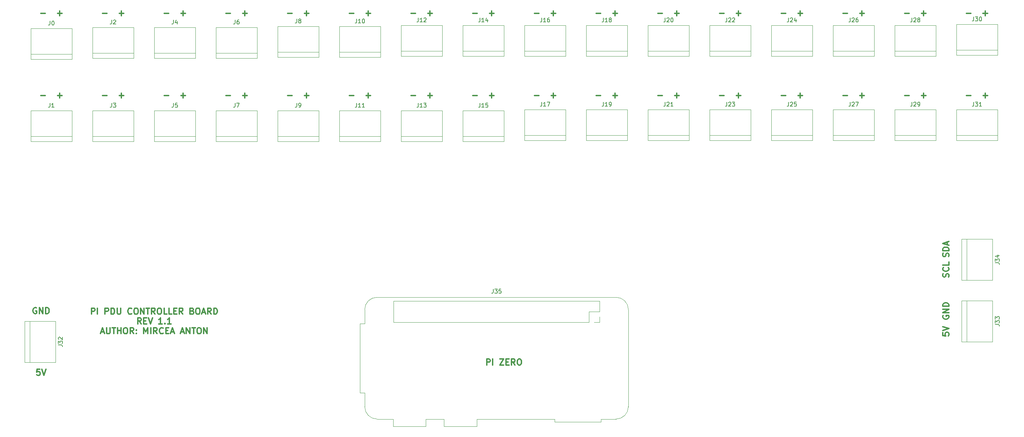
<source format=gbr>
%TF.GenerationSoftware,KiCad,Pcbnew,(6.0.9)*%
%TF.CreationDate,2022-12-20T13:31:30+02:00*%
%TF.ProjectId,piPDU,70695044-552e-46b6-9963-61645f706362,rev?*%
%TF.SameCoordinates,Original*%
%TF.FileFunction,Legend,Top*%
%TF.FilePolarity,Positive*%
%FSLAX46Y46*%
G04 Gerber Fmt 4.6, Leading zero omitted, Abs format (unit mm)*
G04 Created by KiCad (PCBNEW (6.0.9)) date 2022-12-20 13:31:30*
%MOMM*%
%LPD*%
G01*
G04 APERTURE LIST*
%ADD10C,0.300000*%
%ADD11C,0.150000*%
%ADD12C,0.120000*%
G04 APERTURE END LIST*
D10*
X121817142Y-64369142D02*
X122960000Y-64369142D01*
X125960000Y-64369142D02*
X127102857Y-64369142D01*
X126531428Y-64940571D02*
X126531428Y-63797714D01*
X213257142Y-64369142D02*
X214400000Y-64369142D01*
X217400000Y-64369142D02*
X218542857Y-64369142D01*
X217971428Y-64940571D02*
X217971428Y-63797714D01*
X152297142Y-64369142D02*
X153440000Y-64369142D01*
X156440000Y-64369142D02*
X157582857Y-64369142D01*
X157011428Y-64940571D02*
X157011428Y-63797714D01*
X60857142Y-44049142D02*
X62000000Y-44049142D01*
X65000000Y-44049142D02*
X66142857Y-44049142D01*
X65571428Y-44620571D02*
X65571428Y-43477714D01*
X254607142Y-109227714D02*
X254678571Y-109013428D01*
X254678571Y-108656285D01*
X254607142Y-108513428D01*
X254535714Y-108442000D01*
X254392857Y-108370571D01*
X254250000Y-108370571D01*
X254107142Y-108442000D01*
X254035714Y-108513428D01*
X253964285Y-108656285D01*
X253892857Y-108942000D01*
X253821428Y-109084857D01*
X253750000Y-109156285D01*
X253607142Y-109227714D01*
X253464285Y-109227714D01*
X253321428Y-109156285D01*
X253250000Y-109084857D01*
X253178571Y-108942000D01*
X253178571Y-108584857D01*
X253250000Y-108370571D01*
X254535714Y-106870571D02*
X254607142Y-106942000D01*
X254678571Y-107156285D01*
X254678571Y-107299142D01*
X254607142Y-107513428D01*
X254464285Y-107656285D01*
X254321428Y-107727714D01*
X254035714Y-107799142D01*
X253821428Y-107799142D01*
X253535714Y-107727714D01*
X253392857Y-107656285D01*
X253250000Y-107513428D01*
X253178571Y-107299142D01*
X253178571Y-107156285D01*
X253250000Y-106942000D01*
X253321428Y-106870571D01*
X254678571Y-105513428D02*
X254678571Y-106227714D01*
X253178571Y-106227714D01*
X76097142Y-44049142D02*
X77240000Y-44049142D01*
X80240000Y-44049142D02*
X81382857Y-44049142D01*
X80811428Y-44620571D02*
X80811428Y-43477714D01*
X121817142Y-44049142D02*
X122960000Y-44049142D01*
X125960000Y-44049142D02*
X127102857Y-44049142D01*
X126531428Y-44620571D02*
X126531428Y-43477714D01*
X76097142Y-64369142D02*
X77240000Y-64369142D01*
X80240000Y-64369142D02*
X81382857Y-64369142D01*
X80811428Y-64940571D02*
X80811428Y-63797714D01*
X45617142Y-44049142D02*
X46760000Y-44049142D01*
X49760000Y-44049142D02*
X50902857Y-44049142D01*
X50331428Y-44620571D02*
X50331428Y-43477714D01*
X106577142Y-64369142D02*
X107720000Y-64369142D01*
X110720000Y-64369142D02*
X111862857Y-64369142D01*
X111291428Y-64940571D02*
X111291428Y-63797714D01*
X167537142Y-44049142D02*
X168680000Y-44049142D01*
X171680000Y-44049142D02*
X172822857Y-44049142D01*
X172251428Y-44620571D02*
X172251428Y-43477714D01*
X106577142Y-44049142D02*
X107720000Y-44049142D01*
X110720000Y-44049142D02*
X111862857Y-44049142D01*
X111291428Y-44620571D02*
X111291428Y-43477714D01*
X29337142Y-116852000D02*
X29194285Y-116780571D01*
X28980000Y-116780571D01*
X28765714Y-116852000D01*
X28622857Y-116994857D01*
X28551428Y-117137714D01*
X28480000Y-117423428D01*
X28480000Y-117637714D01*
X28551428Y-117923428D01*
X28622857Y-118066285D01*
X28765714Y-118209142D01*
X28980000Y-118280571D01*
X29122857Y-118280571D01*
X29337142Y-118209142D01*
X29408571Y-118137714D01*
X29408571Y-117637714D01*
X29122857Y-117637714D01*
X30051428Y-118280571D02*
X30051428Y-116780571D01*
X30908571Y-118280571D01*
X30908571Y-116780571D01*
X31622857Y-118280571D02*
X31622857Y-116780571D01*
X31980000Y-116780571D01*
X32194285Y-116852000D01*
X32337142Y-116994857D01*
X32408571Y-117137714D01*
X32480000Y-117423428D01*
X32480000Y-117637714D01*
X32408571Y-117923428D01*
X32337142Y-118066285D01*
X32194285Y-118209142D01*
X31980000Y-118280571D01*
X31622857Y-118280571D01*
X167537142Y-64369142D02*
X168680000Y-64369142D01*
X171680000Y-64369142D02*
X172822857Y-64369142D01*
X172251428Y-64940571D02*
X172251428Y-63797714D01*
X30377142Y-64369142D02*
X31520000Y-64369142D01*
X34520000Y-64369142D02*
X35662857Y-64369142D01*
X35091428Y-64940571D02*
X35091428Y-63797714D01*
X254607142Y-104183428D02*
X254678571Y-103969142D01*
X254678571Y-103612000D01*
X254607142Y-103469142D01*
X254535714Y-103397714D01*
X254392857Y-103326285D01*
X254250000Y-103326285D01*
X254107142Y-103397714D01*
X254035714Y-103469142D01*
X253964285Y-103612000D01*
X253892857Y-103897714D01*
X253821428Y-104040571D01*
X253750000Y-104112000D01*
X253607142Y-104183428D01*
X253464285Y-104183428D01*
X253321428Y-104112000D01*
X253250000Y-104040571D01*
X253178571Y-103897714D01*
X253178571Y-103540571D01*
X253250000Y-103326285D01*
X254678571Y-102683428D02*
X253178571Y-102683428D01*
X253178571Y-102326285D01*
X253250000Y-102112000D01*
X253392857Y-101969142D01*
X253535714Y-101897714D01*
X253821428Y-101826285D01*
X254035714Y-101826285D01*
X254321428Y-101897714D01*
X254464285Y-101969142D01*
X254607142Y-102112000D01*
X254678571Y-102326285D01*
X254678571Y-102683428D01*
X254250000Y-101254857D02*
X254250000Y-100540571D01*
X254678571Y-101397714D02*
X253178571Y-100897714D01*
X254678571Y-100397714D01*
X213257142Y-44049142D02*
X214400000Y-44049142D01*
X217400000Y-44049142D02*
X218542857Y-44049142D01*
X217971428Y-44620571D02*
X217971428Y-43477714D01*
X228497142Y-44049142D02*
X229640000Y-44049142D01*
X232640000Y-44049142D02*
X233782857Y-44049142D01*
X233211428Y-44620571D02*
X233211428Y-43477714D01*
X137057142Y-64369142D02*
X138200000Y-64369142D01*
X141200000Y-64369142D02*
X142342857Y-64369142D01*
X141771428Y-64940571D02*
X141771428Y-63797714D01*
X91337142Y-44049142D02*
X92480000Y-44049142D01*
X95480000Y-44049142D02*
X96622857Y-44049142D01*
X96051428Y-44620571D02*
X96051428Y-43477714D01*
X60857142Y-64369142D02*
X62000000Y-64369142D01*
X65000000Y-64369142D02*
X66142857Y-64369142D01*
X65571428Y-64940571D02*
X65571428Y-63797714D01*
X258970163Y-44049141D02*
X260113021Y-44049141D01*
X263113021Y-44049141D02*
X264255878Y-44049141D01*
X263684449Y-44620570D02*
X263684449Y-43477713D01*
X45617142Y-64369142D02*
X46760000Y-64369142D01*
X49760000Y-64369142D02*
X50902857Y-64369142D01*
X50331428Y-64940571D02*
X50331428Y-63797714D01*
X253178571Y-122967714D02*
X253178571Y-123682000D01*
X253892857Y-123753428D01*
X253821428Y-123682000D01*
X253750000Y-123539142D01*
X253750000Y-123182000D01*
X253821428Y-123039142D01*
X253892857Y-122967714D01*
X254035714Y-122896285D01*
X254392857Y-122896285D01*
X254535714Y-122967714D01*
X254607142Y-123039142D01*
X254678571Y-123182000D01*
X254678571Y-123539142D01*
X254607142Y-123682000D01*
X254535714Y-123753428D01*
X253178571Y-122467714D02*
X254678571Y-121967714D01*
X253178571Y-121467714D01*
X152297142Y-44049142D02*
X153440000Y-44049142D01*
X156440000Y-44049142D02*
X157582857Y-44049142D01*
X157011428Y-44620571D02*
X157011428Y-43477714D01*
X30377142Y-44049142D02*
X31520000Y-44049142D01*
X34520000Y-44049142D02*
X35662857Y-44049142D01*
X35091428Y-44620571D02*
X35091428Y-43477714D01*
X253250000Y-118744857D02*
X253178571Y-118887714D01*
X253178571Y-119102000D01*
X253250000Y-119316285D01*
X253392857Y-119459142D01*
X253535714Y-119530571D01*
X253821428Y-119602000D01*
X254035714Y-119602000D01*
X254321428Y-119530571D01*
X254464285Y-119459142D01*
X254607142Y-119316285D01*
X254678571Y-119102000D01*
X254678571Y-118959142D01*
X254607142Y-118744857D01*
X254535714Y-118673428D01*
X254035714Y-118673428D01*
X254035714Y-118959142D01*
X254678571Y-118030571D02*
X253178571Y-118030571D01*
X254678571Y-117173428D01*
X253178571Y-117173428D01*
X254678571Y-116459142D02*
X253178571Y-116459142D01*
X253178571Y-116102000D01*
X253250000Y-115887714D01*
X253392857Y-115744857D01*
X253535714Y-115673428D01*
X253821428Y-115602000D01*
X254035714Y-115602000D01*
X254321428Y-115673428D01*
X254464285Y-115744857D01*
X254607142Y-115887714D01*
X254678571Y-116102000D01*
X254678571Y-116459142D01*
X243737142Y-64369142D02*
X244880000Y-64369142D01*
X247880000Y-64369142D02*
X249022857Y-64369142D01*
X248451428Y-64940571D02*
X248451428Y-63797714D01*
X137057142Y-44049142D02*
X138200000Y-44049142D01*
X141200000Y-44049142D02*
X142342857Y-44049142D01*
X141771428Y-44620571D02*
X141771428Y-43477714D01*
X182777142Y-64369142D02*
X183920000Y-64369142D01*
X186920000Y-64369142D02*
X188062857Y-64369142D01*
X187491428Y-64940571D02*
X187491428Y-63797714D01*
X42920000Y-118405571D02*
X42920000Y-116905571D01*
X43491428Y-116905571D01*
X43634285Y-116977000D01*
X43705714Y-117048428D01*
X43777142Y-117191285D01*
X43777142Y-117405571D01*
X43705714Y-117548428D01*
X43634285Y-117619857D01*
X43491428Y-117691285D01*
X42920000Y-117691285D01*
X44420000Y-118405571D02*
X44420000Y-116905571D01*
X46277142Y-118405571D02*
X46277142Y-116905571D01*
X46848571Y-116905571D01*
X46991428Y-116977000D01*
X47062857Y-117048428D01*
X47134285Y-117191285D01*
X47134285Y-117405571D01*
X47062857Y-117548428D01*
X46991428Y-117619857D01*
X46848571Y-117691285D01*
X46277142Y-117691285D01*
X47777142Y-118405571D02*
X47777142Y-116905571D01*
X48134285Y-116905571D01*
X48348571Y-116977000D01*
X48491428Y-117119857D01*
X48562857Y-117262714D01*
X48634285Y-117548428D01*
X48634285Y-117762714D01*
X48562857Y-118048428D01*
X48491428Y-118191285D01*
X48348571Y-118334142D01*
X48134285Y-118405571D01*
X47777142Y-118405571D01*
X49277142Y-116905571D02*
X49277142Y-118119857D01*
X49348571Y-118262714D01*
X49420000Y-118334142D01*
X49562857Y-118405571D01*
X49848571Y-118405571D01*
X49991428Y-118334142D01*
X50062857Y-118262714D01*
X50134285Y-118119857D01*
X50134285Y-116905571D01*
X52848571Y-118262714D02*
X52777142Y-118334142D01*
X52562857Y-118405571D01*
X52420000Y-118405571D01*
X52205714Y-118334142D01*
X52062857Y-118191285D01*
X51991428Y-118048428D01*
X51920000Y-117762714D01*
X51920000Y-117548428D01*
X51991428Y-117262714D01*
X52062857Y-117119857D01*
X52205714Y-116977000D01*
X52420000Y-116905571D01*
X52562857Y-116905571D01*
X52777142Y-116977000D01*
X52848571Y-117048428D01*
X53777142Y-116905571D02*
X54062857Y-116905571D01*
X54205714Y-116977000D01*
X54348571Y-117119857D01*
X54420000Y-117405571D01*
X54420000Y-117905571D01*
X54348571Y-118191285D01*
X54205714Y-118334142D01*
X54062857Y-118405571D01*
X53777142Y-118405571D01*
X53634285Y-118334142D01*
X53491428Y-118191285D01*
X53420000Y-117905571D01*
X53420000Y-117405571D01*
X53491428Y-117119857D01*
X53634285Y-116977000D01*
X53777142Y-116905571D01*
X55062857Y-118405571D02*
X55062857Y-116905571D01*
X55920000Y-118405571D01*
X55920000Y-116905571D01*
X56420000Y-116905571D02*
X57277142Y-116905571D01*
X56848571Y-118405571D02*
X56848571Y-116905571D01*
X58634285Y-118405571D02*
X58134285Y-117691285D01*
X57777142Y-118405571D02*
X57777142Y-116905571D01*
X58348571Y-116905571D01*
X58491428Y-116977000D01*
X58562857Y-117048428D01*
X58634285Y-117191285D01*
X58634285Y-117405571D01*
X58562857Y-117548428D01*
X58491428Y-117619857D01*
X58348571Y-117691285D01*
X57777142Y-117691285D01*
X59562857Y-116905571D02*
X59848571Y-116905571D01*
X59991428Y-116977000D01*
X60134285Y-117119857D01*
X60205714Y-117405571D01*
X60205714Y-117905571D01*
X60134285Y-118191285D01*
X59991428Y-118334142D01*
X59848571Y-118405571D01*
X59562857Y-118405571D01*
X59420000Y-118334142D01*
X59277142Y-118191285D01*
X59205714Y-117905571D01*
X59205714Y-117405571D01*
X59277142Y-117119857D01*
X59420000Y-116977000D01*
X59562857Y-116905571D01*
X61562857Y-118405571D02*
X60848571Y-118405571D01*
X60848571Y-116905571D01*
X62777142Y-118405571D02*
X62062857Y-118405571D01*
X62062857Y-116905571D01*
X63277142Y-117619857D02*
X63777142Y-117619857D01*
X63991428Y-118405571D02*
X63277142Y-118405571D01*
X63277142Y-116905571D01*
X63991428Y-116905571D01*
X65491428Y-118405571D02*
X64991428Y-117691285D01*
X64634285Y-118405571D02*
X64634285Y-116905571D01*
X65205714Y-116905571D01*
X65348571Y-116977000D01*
X65419999Y-117048428D01*
X65491428Y-117191285D01*
X65491428Y-117405571D01*
X65419999Y-117548428D01*
X65348571Y-117619857D01*
X65205714Y-117691285D01*
X64634285Y-117691285D01*
X67777142Y-117619857D02*
X67991428Y-117691285D01*
X68062857Y-117762714D01*
X68134285Y-117905571D01*
X68134285Y-118119857D01*
X68062857Y-118262714D01*
X67991428Y-118334142D01*
X67848571Y-118405571D01*
X67277142Y-118405571D01*
X67277142Y-116905571D01*
X67777142Y-116905571D01*
X67920000Y-116977000D01*
X67991428Y-117048428D01*
X68062857Y-117191285D01*
X68062857Y-117334142D01*
X67991428Y-117477000D01*
X67920000Y-117548428D01*
X67777142Y-117619857D01*
X67277142Y-117619857D01*
X69062857Y-116905571D02*
X69348571Y-116905571D01*
X69491428Y-116977000D01*
X69634285Y-117119857D01*
X69705714Y-117405571D01*
X69705714Y-117905571D01*
X69634285Y-118191285D01*
X69491428Y-118334142D01*
X69348571Y-118405571D01*
X69062857Y-118405571D01*
X68920000Y-118334142D01*
X68777142Y-118191285D01*
X68705714Y-117905571D01*
X68705714Y-117405571D01*
X68777142Y-117119857D01*
X68920000Y-116977000D01*
X69062857Y-116905571D01*
X70277142Y-117977000D02*
X70991428Y-117977000D01*
X70134285Y-118405571D02*
X70634285Y-116905571D01*
X71134285Y-118405571D01*
X72491428Y-118405571D02*
X71991428Y-117691285D01*
X71634285Y-118405571D02*
X71634285Y-116905571D01*
X72205714Y-116905571D01*
X72348571Y-116977000D01*
X72420000Y-117048428D01*
X72491428Y-117191285D01*
X72491428Y-117405571D01*
X72420000Y-117548428D01*
X72348571Y-117619857D01*
X72205714Y-117691285D01*
X71634285Y-117691285D01*
X73134285Y-118405571D02*
X73134285Y-116905571D01*
X73491428Y-116905571D01*
X73705714Y-116977000D01*
X73848571Y-117119857D01*
X73920000Y-117262714D01*
X73991428Y-117548428D01*
X73991428Y-117762714D01*
X73920000Y-118048428D01*
X73848571Y-118191285D01*
X73705714Y-118334142D01*
X73491428Y-118405571D01*
X73134285Y-118405571D01*
X55205714Y-120820571D02*
X54705714Y-120106285D01*
X54348571Y-120820571D02*
X54348571Y-119320571D01*
X54919999Y-119320571D01*
X55062857Y-119392000D01*
X55134285Y-119463428D01*
X55205714Y-119606285D01*
X55205714Y-119820571D01*
X55134285Y-119963428D01*
X55062857Y-120034857D01*
X54919999Y-120106285D01*
X54348571Y-120106285D01*
X55848571Y-120034857D02*
X56348571Y-120034857D01*
X56562857Y-120820571D02*
X55848571Y-120820571D01*
X55848571Y-119320571D01*
X56562857Y-119320571D01*
X56991428Y-119320571D02*
X57491428Y-120820571D01*
X57991428Y-119320571D01*
X60419999Y-120820571D02*
X59562857Y-120820571D01*
X59991428Y-120820571D02*
X59991428Y-119320571D01*
X59848571Y-119534857D01*
X59705714Y-119677714D01*
X59562857Y-119749142D01*
X61062857Y-120677714D02*
X61134285Y-120749142D01*
X61062857Y-120820571D01*
X60991428Y-120749142D01*
X61062857Y-120677714D01*
X61062857Y-120820571D01*
X62562857Y-120820571D02*
X61705714Y-120820571D01*
X62134285Y-120820571D02*
X62134285Y-119320571D01*
X61991428Y-119534857D01*
X61848571Y-119677714D01*
X61705714Y-119749142D01*
X45277142Y-122807000D02*
X45991428Y-122807000D01*
X45134285Y-123235571D02*
X45634285Y-121735571D01*
X46134285Y-123235571D01*
X46634285Y-121735571D02*
X46634285Y-122949857D01*
X46705714Y-123092714D01*
X46777142Y-123164142D01*
X46919999Y-123235571D01*
X47205714Y-123235571D01*
X47348571Y-123164142D01*
X47419999Y-123092714D01*
X47491428Y-122949857D01*
X47491428Y-121735571D01*
X47991428Y-121735571D02*
X48848571Y-121735571D01*
X48419999Y-123235571D02*
X48419999Y-121735571D01*
X49348571Y-123235571D02*
X49348571Y-121735571D01*
X49348571Y-122449857D02*
X50205714Y-122449857D01*
X50205714Y-123235571D02*
X50205714Y-121735571D01*
X51205714Y-121735571D02*
X51491428Y-121735571D01*
X51634285Y-121807000D01*
X51777142Y-121949857D01*
X51848571Y-122235571D01*
X51848571Y-122735571D01*
X51777142Y-123021285D01*
X51634285Y-123164142D01*
X51491428Y-123235571D01*
X51205714Y-123235571D01*
X51062857Y-123164142D01*
X50919999Y-123021285D01*
X50848571Y-122735571D01*
X50848571Y-122235571D01*
X50919999Y-121949857D01*
X51062857Y-121807000D01*
X51205714Y-121735571D01*
X53348571Y-123235571D02*
X52848571Y-122521285D01*
X52491428Y-123235571D02*
X52491428Y-121735571D01*
X53062857Y-121735571D01*
X53205714Y-121807000D01*
X53277142Y-121878428D01*
X53348571Y-122021285D01*
X53348571Y-122235571D01*
X53277142Y-122378428D01*
X53205714Y-122449857D01*
X53062857Y-122521285D01*
X52491428Y-122521285D01*
X53991428Y-123092714D02*
X54062857Y-123164142D01*
X53991428Y-123235571D01*
X53919999Y-123164142D01*
X53991428Y-123092714D01*
X53991428Y-123235571D01*
X53991428Y-122307000D02*
X54062857Y-122378428D01*
X53991428Y-122449857D01*
X53919999Y-122378428D01*
X53991428Y-122307000D01*
X53991428Y-122449857D01*
X55848571Y-123235571D02*
X55848571Y-121735571D01*
X56348571Y-122807000D01*
X56848571Y-121735571D01*
X56848571Y-123235571D01*
X57562857Y-123235571D02*
X57562857Y-121735571D01*
X59134285Y-123235571D02*
X58634285Y-122521285D01*
X58277142Y-123235571D02*
X58277142Y-121735571D01*
X58848571Y-121735571D01*
X58991428Y-121807000D01*
X59062857Y-121878428D01*
X59134285Y-122021285D01*
X59134285Y-122235571D01*
X59062857Y-122378428D01*
X58991428Y-122449857D01*
X58848571Y-122521285D01*
X58277142Y-122521285D01*
X60634285Y-123092714D02*
X60562857Y-123164142D01*
X60348571Y-123235571D01*
X60205714Y-123235571D01*
X59991428Y-123164142D01*
X59848571Y-123021285D01*
X59777142Y-122878428D01*
X59705714Y-122592714D01*
X59705714Y-122378428D01*
X59777142Y-122092714D01*
X59848571Y-121949857D01*
X59991428Y-121807000D01*
X60205714Y-121735571D01*
X60348571Y-121735571D01*
X60562857Y-121807000D01*
X60634285Y-121878428D01*
X61277142Y-122449857D02*
X61777142Y-122449857D01*
X61991428Y-123235571D02*
X61277142Y-123235571D01*
X61277142Y-121735571D01*
X61991428Y-121735571D01*
X62562857Y-122807000D02*
X63277142Y-122807000D01*
X62420000Y-123235571D02*
X62920000Y-121735571D01*
X63420000Y-123235571D01*
X64991428Y-122807000D02*
X65705714Y-122807000D01*
X64848571Y-123235571D02*
X65348571Y-121735571D01*
X65848571Y-123235571D01*
X66348571Y-123235571D02*
X66348571Y-121735571D01*
X67205714Y-123235571D01*
X67205714Y-121735571D01*
X67705714Y-121735571D02*
X68562857Y-121735571D01*
X68134285Y-123235571D02*
X68134285Y-121735571D01*
X69348571Y-121735571D02*
X69634285Y-121735571D01*
X69777142Y-121807000D01*
X69920000Y-121949857D01*
X69991428Y-122235571D01*
X69991428Y-122735571D01*
X69920000Y-123021285D01*
X69777142Y-123164142D01*
X69634285Y-123235571D01*
X69348571Y-123235571D01*
X69205714Y-123164142D01*
X69062857Y-123021285D01*
X68991428Y-122735571D01*
X68991428Y-122235571D01*
X69062857Y-121949857D01*
X69205714Y-121807000D01*
X69348571Y-121735571D01*
X70634285Y-123235571D02*
X70634285Y-121735571D01*
X71491428Y-123235571D01*
X71491428Y-121735571D01*
X228497142Y-64369142D02*
X229640000Y-64369142D01*
X232640000Y-64369142D02*
X233782857Y-64369142D01*
X233211428Y-64940571D02*
X233211428Y-63797714D01*
X198017142Y-44049142D02*
X199160000Y-44049142D01*
X202160000Y-44049142D02*
X203302857Y-44049142D01*
X202731428Y-44620571D02*
X202731428Y-43477714D01*
X243737142Y-44049142D02*
X244880000Y-44049142D01*
X247880000Y-44049142D02*
X249022857Y-44049142D01*
X248451428Y-44620571D02*
X248451428Y-43477714D01*
X30194285Y-132020571D02*
X29480000Y-132020571D01*
X29408571Y-132734857D01*
X29480000Y-132663428D01*
X29622857Y-132592000D01*
X29980000Y-132592000D01*
X30122857Y-132663428D01*
X30194285Y-132734857D01*
X30265714Y-132877714D01*
X30265714Y-133234857D01*
X30194285Y-133377714D01*
X30122857Y-133449142D01*
X29980000Y-133520571D01*
X29622857Y-133520571D01*
X29480000Y-133449142D01*
X29408571Y-133377714D01*
X30694285Y-132020571D02*
X31194285Y-133520571D01*
X31694285Y-132020571D01*
X91337142Y-64369142D02*
X92480000Y-64369142D01*
X95480000Y-64369142D02*
X96622857Y-64369142D01*
X96051428Y-64940571D02*
X96051428Y-63797714D01*
X198017142Y-64369142D02*
X199160000Y-64369142D01*
X202160000Y-64369142D02*
X203302857Y-64369142D01*
X202731428Y-64940571D02*
X202731428Y-63797714D01*
X258977142Y-64369142D02*
X260120000Y-64369142D01*
X263120000Y-64369142D02*
X264262857Y-64369142D01*
X263691428Y-64940571D02*
X263691428Y-63797714D01*
X140530000Y-130980571D02*
X140530000Y-129480571D01*
X141101428Y-129480571D01*
X141244285Y-129552000D01*
X141315714Y-129623428D01*
X141387142Y-129766285D01*
X141387142Y-129980571D01*
X141315714Y-130123428D01*
X141244285Y-130194857D01*
X141101428Y-130266285D01*
X140530000Y-130266285D01*
X142030000Y-130980571D02*
X142030000Y-129480571D01*
X143744285Y-129480571D02*
X144744285Y-129480571D01*
X143744285Y-130980571D01*
X144744285Y-130980571D01*
X145315714Y-130194857D02*
X145815714Y-130194857D01*
X146030000Y-130980571D02*
X145315714Y-130980571D01*
X145315714Y-129480571D01*
X146030000Y-129480571D01*
X147530000Y-130980571D02*
X147030000Y-130266285D01*
X146672857Y-130980571D02*
X146672857Y-129480571D01*
X147244285Y-129480571D01*
X147387142Y-129552000D01*
X147458571Y-129623428D01*
X147530000Y-129766285D01*
X147530000Y-129980571D01*
X147458571Y-130123428D01*
X147387142Y-130194857D01*
X147244285Y-130266285D01*
X146672857Y-130266285D01*
X148458571Y-129480571D02*
X148744285Y-129480571D01*
X148887142Y-129552000D01*
X149030000Y-129694857D01*
X149101428Y-129980571D01*
X149101428Y-130480571D01*
X149030000Y-130766285D01*
X148887142Y-130909142D01*
X148744285Y-130980571D01*
X148458571Y-130980571D01*
X148315714Y-130909142D01*
X148172857Y-130766285D01*
X148101428Y-130480571D01*
X148101428Y-129980571D01*
X148172857Y-129694857D01*
X148315714Y-129552000D01*
X148458571Y-129480571D01*
X182777142Y-44049142D02*
X183920000Y-44049142D01*
X186920000Y-44049142D02*
X188062857Y-44049142D01*
X187491428Y-44620571D02*
X187491428Y-43477714D01*
D11*
%TO.C,J17*%
X154130476Y-66000380D02*
X154130476Y-66714666D01*
X154082857Y-66857523D01*
X153987619Y-66952761D01*
X153844761Y-67000380D01*
X153749523Y-67000380D01*
X155130476Y-67000380D02*
X154559047Y-67000380D01*
X154844761Y-67000380D02*
X154844761Y-66000380D01*
X154749523Y-66143238D01*
X154654285Y-66238476D01*
X154559047Y-66286095D01*
X155463809Y-66000380D02*
X156130476Y-66000380D01*
X155701904Y-67000380D01*
%TO.C,J13*%
X123650476Y-66254380D02*
X123650476Y-66968666D01*
X123602857Y-67111523D01*
X123507619Y-67206761D01*
X123364761Y-67254380D01*
X123269523Y-67254380D01*
X124650476Y-67254380D02*
X124079047Y-67254380D01*
X124364761Y-67254380D02*
X124364761Y-66254380D01*
X124269523Y-66397238D01*
X124174285Y-66492476D01*
X124079047Y-66540095D01*
X124983809Y-66254380D02*
X125602857Y-66254380D01*
X125269523Y-66635333D01*
X125412380Y-66635333D01*
X125507619Y-66682952D01*
X125555238Y-66730571D01*
X125602857Y-66825809D01*
X125602857Y-67063904D01*
X125555238Y-67159142D01*
X125507619Y-67206761D01*
X125412380Y-67254380D01*
X125126666Y-67254380D01*
X125031428Y-67206761D01*
X124983809Y-67159142D01*
%TO.C,J16*%
X154130476Y-45172380D02*
X154130476Y-45886666D01*
X154082857Y-46029523D01*
X153987619Y-46124761D01*
X153844761Y-46172380D01*
X153749523Y-46172380D01*
X155130476Y-46172380D02*
X154559047Y-46172380D01*
X154844761Y-46172380D02*
X154844761Y-45172380D01*
X154749523Y-45315238D01*
X154654285Y-45410476D01*
X154559047Y-45458095D01*
X155987619Y-45172380D02*
X155797142Y-45172380D01*
X155701904Y-45220000D01*
X155654285Y-45267619D01*
X155559047Y-45410476D01*
X155511428Y-45600952D01*
X155511428Y-45981904D01*
X155559047Y-46077142D01*
X155606666Y-46124761D01*
X155701904Y-46172380D01*
X155892380Y-46172380D01*
X155987619Y-46124761D01*
X156035238Y-46077142D01*
X156082857Y-45981904D01*
X156082857Y-45743809D01*
X156035238Y-45648571D01*
X155987619Y-45600952D01*
X155892380Y-45553333D01*
X155701904Y-45553333D01*
X155606666Y-45600952D01*
X155559047Y-45648571D01*
X155511428Y-45743809D01*
%TO.C,J25*%
X215090476Y-66000380D02*
X215090476Y-66714666D01*
X215042857Y-66857523D01*
X214947619Y-66952761D01*
X214804761Y-67000380D01*
X214709523Y-67000380D01*
X215519047Y-66095619D02*
X215566666Y-66048000D01*
X215661904Y-66000380D01*
X215900000Y-66000380D01*
X215995238Y-66048000D01*
X216042857Y-66095619D01*
X216090476Y-66190857D01*
X216090476Y-66286095D01*
X216042857Y-66428952D01*
X215471428Y-67000380D01*
X216090476Y-67000380D01*
X216995238Y-66000380D02*
X216519047Y-66000380D01*
X216471428Y-66476571D01*
X216519047Y-66428952D01*
X216614285Y-66381333D01*
X216852380Y-66381333D01*
X216947619Y-66428952D01*
X216995238Y-66476571D01*
X217042857Y-66571809D01*
X217042857Y-66809904D01*
X216995238Y-66905142D01*
X216947619Y-66952761D01*
X216852380Y-67000380D01*
X216614285Y-67000380D01*
X216519047Y-66952761D01*
X216471428Y-66905142D01*
%TO.C,J11*%
X108410476Y-66254380D02*
X108410476Y-66968666D01*
X108362857Y-67111523D01*
X108267619Y-67206761D01*
X108124761Y-67254380D01*
X108029523Y-67254380D01*
X109410476Y-67254380D02*
X108839047Y-67254380D01*
X109124761Y-67254380D02*
X109124761Y-66254380D01*
X109029523Y-66397238D01*
X108934285Y-66492476D01*
X108839047Y-66540095D01*
X110362857Y-67254380D02*
X109791428Y-67254380D01*
X110077142Y-67254380D02*
X110077142Y-66254380D01*
X109981904Y-66397238D01*
X109886666Y-66492476D01*
X109791428Y-66540095D01*
%TO.C,J28*%
X245570476Y-45172380D02*
X245570476Y-45886666D01*
X245522857Y-46029523D01*
X245427619Y-46124761D01*
X245284761Y-46172380D01*
X245189523Y-46172380D01*
X245999047Y-45267619D02*
X246046666Y-45220000D01*
X246141904Y-45172380D01*
X246380000Y-45172380D01*
X246475238Y-45220000D01*
X246522857Y-45267619D01*
X246570476Y-45362857D01*
X246570476Y-45458095D01*
X246522857Y-45600952D01*
X245951428Y-46172380D01*
X246570476Y-46172380D01*
X247141904Y-45600952D02*
X247046666Y-45553333D01*
X246999047Y-45505714D01*
X246951428Y-45410476D01*
X246951428Y-45362857D01*
X246999047Y-45267619D01*
X247046666Y-45220000D01*
X247141904Y-45172380D01*
X247332380Y-45172380D01*
X247427619Y-45220000D01*
X247475238Y-45267619D01*
X247522857Y-45362857D01*
X247522857Y-45410476D01*
X247475238Y-45505714D01*
X247427619Y-45553333D01*
X247332380Y-45600952D01*
X247141904Y-45600952D01*
X247046666Y-45648571D01*
X246999047Y-45696190D01*
X246951428Y-45791428D01*
X246951428Y-45981904D01*
X246999047Y-46077142D01*
X247046666Y-46124761D01*
X247141904Y-46172380D01*
X247332380Y-46172380D01*
X247427619Y-46124761D01*
X247475238Y-46077142D01*
X247522857Y-45981904D01*
X247522857Y-45791428D01*
X247475238Y-45696190D01*
X247427619Y-45648571D01*
X247332380Y-45600952D01*
%TO.C,J27*%
X230330476Y-66000380D02*
X230330476Y-66714666D01*
X230282857Y-66857523D01*
X230187619Y-66952761D01*
X230044761Y-67000380D01*
X229949523Y-67000380D01*
X230759047Y-66095619D02*
X230806666Y-66048000D01*
X230901904Y-66000380D01*
X231140000Y-66000380D01*
X231235238Y-66048000D01*
X231282857Y-66095619D01*
X231330476Y-66190857D01*
X231330476Y-66286095D01*
X231282857Y-66428952D01*
X230711428Y-67000380D01*
X231330476Y-67000380D01*
X231663809Y-66000380D02*
X232330476Y-66000380D01*
X231901904Y-67000380D01*
%TO.C,J12*%
X123650476Y-45172380D02*
X123650476Y-45886666D01*
X123602857Y-46029523D01*
X123507619Y-46124761D01*
X123364761Y-46172380D01*
X123269523Y-46172380D01*
X124650476Y-46172380D02*
X124079047Y-46172380D01*
X124364761Y-46172380D02*
X124364761Y-45172380D01*
X124269523Y-45315238D01*
X124174285Y-45410476D01*
X124079047Y-45458095D01*
X125031428Y-45267619D02*
X125079047Y-45220000D01*
X125174285Y-45172380D01*
X125412380Y-45172380D01*
X125507619Y-45220000D01*
X125555238Y-45267619D01*
X125602857Y-45362857D01*
X125602857Y-45458095D01*
X125555238Y-45600952D01*
X124983809Y-46172380D01*
X125602857Y-46172380D01*
%TO.C,J31*%
X260810476Y-66000380D02*
X260810476Y-66714666D01*
X260762857Y-66857523D01*
X260667619Y-66952761D01*
X260524761Y-67000380D01*
X260429523Y-67000380D01*
X261191428Y-66000380D02*
X261810476Y-66000380D01*
X261477142Y-66381333D01*
X261620000Y-66381333D01*
X261715238Y-66428952D01*
X261762857Y-66476571D01*
X261810476Y-66571809D01*
X261810476Y-66809904D01*
X261762857Y-66905142D01*
X261715238Y-66952761D01*
X261620000Y-67000380D01*
X261334285Y-67000380D01*
X261239047Y-66952761D01*
X261191428Y-66905142D01*
X262762857Y-67000380D02*
X262191428Y-67000380D01*
X262477142Y-67000380D02*
X262477142Y-66000380D01*
X262381904Y-66143238D01*
X262286666Y-66238476D01*
X262191428Y-66286095D01*
%TO.C,J18*%
X169370476Y-45172380D02*
X169370476Y-45886666D01*
X169322857Y-46029523D01*
X169227619Y-46124761D01*
X169084761Y-46172380D01*
X168989523Y-46172380D01*
X170370476Y-46172380D02*
X169799047Y-46172380D01*
X170084761Y-46172380D02*
X170084761Y-45172380D01*
X169989523Y-45315238D01*
X169894285Y-45410476D01*
X169799047Y-45458095D01*
X170941904Y-45600952D02*
X170846666Y-45553333D01*
X170799047Y-45505714D01*
X170751428Y-45410476D01*
X170751428Y-45362857D01*
X170799047Y-45267619D01*
X170846666Y-45220000D01*
X170941904Y-45172380D01*
X171132380Y-45172380D01*
X171227619Y-45220000D01*
X171275238Y-45267619D01*
X171322857Y-45362857D01*
X171322857Y-45410476D01*
X171275238Y-45505714D01*
X171227619Y-45553333D01*
X171132380Y-45600952D01*
X170941904Y-45600952D01*
X170846666Y-45648571D01*
X170799047Y-45696190D01*
X170751428Y-45791428D01*
X170751428Y-45981904D01*
X170799047Y-46077142D01*
X170846666Y-46124761D01*
X170941904Y-46172380D01*
X171132380Y-46172380D01*
X171227619Y-46124761D01*
X171275238Y-46077142D01*
X171322857Y-45981904D01*
X171322857Y-45791428D01*
X171275238Y-45696190D01*
X171227619Y-45648571D01*
X171132380Y-45600952D01*
%TO.C,J2*%
X47926666Y-45680380D02*
X47926666Y-46394666D01*
X47879047Y-46537523D01*
X47783809Y-46632761D01*
X47640952Y-46680380D01*
X47545714Y-46680380D01*
X48355238Y-45775619D02*
X48402857Y-45728000D01*
X48498095Y-45680380D01*
X48736190Y-45680380D01*
X48831428Y-45728000D01*
X48879047Y-45775619D01*
X48926666Y-45870857D01*
X48926666Y-45966095D01*
X48879047Y-46108952D01*
X48307619Y-46680380D01*
X48926666Y-46680380D01*
%TO.C,J32*%
X34758380Y-126031523D02*
X35472666Y-126031523D01*
X35615523Y-126079142D01*
X35710761Y-126174380D01*
X35758380Y-126317238D01*
X35758380Y-126412476D01*
X34758380Y-125650571D02*
X34758380Y-125031523D01*
X35139333Y-125364857D01*
X35139333Y-125222000D01*
X35186952Y-125126761D01*
X35234571Y-125079142D01*
X35329809Y-125031523D01*
X35567904Y-125031523D01*
X35663142Y-125079142D01*
X35710761Y-125126761D01*
X35758380Y-125222000D01*
X35758380Y-125507714D01*
X35710761Y-125602952D01*
X35663142Y-125650571D01*
X34853619Y-124650571D02*
X34806000Y-124602952D01*
X34758380Y-124507714D01*
X34758380Y-124269619D01*
X34806000Y-124174380D01*
X34853619Y-124126761D01*
X34948857Y-124079142D01*
X35044095Y-124079142D01*
X35186952Y-124126761D01*
X35758380Y-124698190D01*
X35758380Y-124079142D01*
%TO.C,J1*%
X32686666Y-66254380D02*
X32686666Y-66968666D01*
X32639047Y-67111523D01*
X32543809Y-67206761D01*
X32400952Y-67254380D01*
X32305714Y-67254380D01*
X33686666Y-67254380D02*
X33115238Y-67254380D01*
X33400952Y-67254380D02*
X33400952Y-66254380D01*
X33305714Y-66397238D01*
X33210476Y-66492476D01*
X33115238Y-66540095D01*
%TO.C,J8*%
X93646666Y-45426380D02*
X93646666Y-46140666D01*
X93599047Y-46283523D01*
X93503809Y-46378761D01*
X93360952Y-46426380D01*
X93265714Y-46426380D01*
X94265714Y-45854952D02*
X94170476Y-45807333D01*
X94122857Y-45759714D01*
X94075238Y-45664476D01*
X94075238Y-45616857D01*
X94122857Y-45521619D01*
X94170476Y-45474000D01*
X94265714Y-45426380D01*
X94456190Y-45426380D01*
X94551428Y-45474000D01*
X94599047Y-45521619D01*
X94646666Y-45616857D01*
X94646666Y-45664476D01*
X94599047Y-45759714D01*
X94551428Y-45807333D01*
X94456190Y-45854952D01*
X94265714Y-45854952D01*
X94170476Y-45902571D01*
X94122857Y-45950190D01*
X94075238Y-46045428D01*
X94075238Y-46235904D01*
X94122857Y-46331142D01*
X94170476Y-46378761D01*
X94265714Y-46426380D01*
X94456190Y-46426380D01*
X94551428Y-46378761D01*
X94599047Y-46331142D01*
X94646666Y-46235904D01*
X94646666Y-46045428D01*
X94599047Y-45950190D01*
X94551428Y-45902571D01*
X94456190Y-45854952D01*
%TO.C,J35*%
X142155476Y-112229380D02*
X142155476Y-112943666D01*
X142107857Y-113086523D01*
X142012619Y-113181761D01*
X141869761Y-113229380D01*
X141774523Y-113229380D01*
X142536428Y-112229380D02*
X143155476Y-112229380D01*
X142822142Y-112610333D01*
X142965000Y-112610333D01*
X143060238Y-112657952D01*
X143107857Y-112705571D01*
X143155476Y-112800809D01*
X143155476Y-113038904D01*
X143107857Y-113134142D01*
X143060238Y-113181761D01*
X142965000Y-113229380D01*
X142679285Y-113229380D01*
X142584047Y-113181761D01*
X142536428Y-113134142D01*
X144060238Y-112229380D02*
X143584047Y-112229380D01*
X143536428Y-112705571D01*
X143584047Y-112657952D01*
X143679285Y-112610333D01*
X143917380Y-112610333D01*
X144012619Y-112657952D01*
X144060238Y-112705571D01*
X144107857Y-112800809D01*
X144107857Y-113038904D01*
X144060238Y-113134142D01*
X144012619Y-113181761D01*
X143917380Y-113229380D01*
X143679285Y-113229380D01*
X143584047Y-113181761D01*
X143536428Y-113134142D01*
%TO.C,J14*%
X138890476Y-45172380D02*
X138890476Y-45886666D01*
X138842857Y-46029523D01*
X138747619Y-46124761D01*
X138604761Y-46172380D01*
X138509523Y-46172380D01*
X139890476Y-46172380D02*
X139319047Y-46172380D01*
X139604761Y-46172380D02*
X139604761Y-45172380D01*
X139509523Y-45315238D01*
X139414285Y-45410476D01*
X139319047Y-45458095D01*
X140747619Y-45505714D02*
X140747619Y-46172380D01*
X140509523Y-45124761D02*
X140271428Y-45839047D01*
X140890476Y-45839047D01*
%TO.C,J20*%
X184610476Y-45172380D02*
X184610476Y-45886666D01*
X184562857Y-46029523D01*
X184467619Y-46124761D01*
X184324761Y-46172380D01*
X184229523Y-46172380D01*
X185039047Y-45267619D02*
X185086666Y-45220000D01*
X185181904Y-45172380D01*
X185420000Y-45172380D01*
X185515238Y-45220000D01*
X185562857Y-45267619D01*
X185610476Y-45362857D01*
X185610476Y-45458095D01*
X185562857Y-45600952D01*
X184991428Y-46172380D01*
X185610476Y-46172380D01*
X186229523Y-45172380D02*
X186324761Y-45172380D01*
X186420000Y-45220000D01*
X186467619Y-45267619D01*
X186515238Y-45362857D01*
X186562857Y-45553333D01*
X186562857Y-45791428D01*
X186515238Y-45981904D01*
X186467619Y-46077142D01*
X186420000Y-46124761D01*
X186324761Y-46172380D01*
X186229523Y-46172380D01*
X186134285Y-46124761D01*
X186086666Y-46077142D01*
X186039047Y-45981904D01*
X185991428Y-45791428D01*
X185991428Y-45553333D01*
X186039047Y-45362857D01*
X186086666Y-45267619D01*
X186134285Y-45220000D01*
X186229523Y-45172380D01*
%TO.C,J4*%
X63166666Y-45680380D02*
X63166666Y-46394666D01*
X63119047Y-46537523D01*
X63023809Y-46632761D01*
X62880952Y-46680380D01*
X62785714Y-46680380D01*
X64071428Y-46013714D02*
X64071428Y-46680380D01*
X63833333Y-45632761D02*
X63595238Y-46347047D01*
X64214285Y-46347047D01*
%TO.C,J9*%
X93646666Y-66254380D02*
X93646666Y-66968666D01*
X93599047Y-67111523D01*
X93503809Y-67206761D01*
X93360952Y-67254380D01*
X93265714Y-67254380D01*
X94170476Y-67254380D02*
X94360952Y-67254380D01*
X94456190Y-67206761D01*
X94503809Y-67159142D01*
X94599047Y-67016285D01*
X94646666Y-66825809D01*
X94646666Y-66444857D01*
X94599047Y-66349619D01*
X94551428Y-66302000D01*
X94456190Y-66254380D01*
X94265714Y-66254380D01*
X94170476Y-66302000D01*
X94122857Y-66349619D01*
X94075238Y-66444857D01*
X94075238Y-66682952D01*
X94122857Y-66778190D01*
X94170476Y-66825809D01*
X94265714Y-66873428D01*
X94456190Y-66873428D01*
X94551428Y-66825809D01*
X94599047Y-66778190D01*
X94646666Y-66682952D01*
%TO.C,J23*%
X199850476Y-66000380D02*
X199850476Y-66714666D01*
X199802857Y-66857523D01*
X199707619Y-66952761D01*
X199564761Y-67000380D01*
X199469523Y-67000380D01*
X200279047Y-66095619D02*
X200326666Y-66048000D01*
X200421904Y-66000380D01*
X200660000Y-66000380D01*
X200755238Y-66048000D01*
X200802857Y-66095619D01*
X200850476Y-66190857D01*
X200850476Y-66286095D01*
X200802857Y-66428952D01*
X200231428Y-67000380D01*
X200850476Y-67000380D01*
X201183809Y-66000380D02*
X201802857Y-66000380D01*
X201469523Y-66381333D01*
X201612380Y-66381333D01*
X201707619Y-66428952D01*
X201755238Y-66476571D01*
X201802857Y-66571809D01*
X201802857Y-66809904D01*
X201755238Y-66905142D01*
X201707619Y-66952761D01*
X201612380Y-67000380D01*
X201326666Y-67000380D01*
X201231428Y-66952761D01*
X201183809Y-66905142D01*
%TO.C,J6*%
X78406666Y-45680380D02*
X78406666Y-46394666D01*
X78359047Y-46537523D01*
X78263809Y-46632761D01*
X78120952Y-46680380D01*
X78025714Y-46680380D01*
X79311428Y-45680380D02*
X79120952Y-45680380D01*
X79025714Y-45728000D01*
X78978095Y-45775619D01*
X78882857Y-45918476D01*
X78835238Y-46108952D01*
X78835238Y-46489904D01*
X78882857Y-46585142D01*
X78930476Y-46632761D01*
X79025714Y-46680380D01*
X79216190Y-46680380D01*
X79311428Y-46632761D01*
X79359047Y-46585142D01*
X79406666Y-46489904D01*
X79406666Y-46251809D01*
X79359047Y-46156571D01*
X79311428Y-46108952D01*
X79216190Y-46061333D01*
X79025714Y-46061333D01*
X78930476Y-46108952D01*
X78882857Y-46156571D01*
X78835238Y-46251809D01*
%TO.C,J21*%
X184610476Y-66000380D02*
X184610476Y-66714666D01*
X184562857Y-66857523D01*
X184467619Y-66952761D01*
X184324761Y-67000380D01*
X184229523Y-67000380D01*
X185039047Y-66095619D02*
X185086666Y-66048000D01*
X185181904Y-66000380D01*
X185420000Y-66000380D01*
X185515238Y-66048000D01*
X185562857Y-66095619D01*
X185610476Y-66190857D01*
X185610476Y-66286095D01*
X185562857Y-66428952D01*
X184991428Y-67000380D01*
X185610476Y-67000380D01*
X186562857Y-67000380D02*
X185991428Y-67000380D01*
X186277142Y-67000380D02*
X186277142Y-66000380D01*
X186181904Y-66143238D01*
X186086666Y-66238476D01*
X185991428Y-66286095D01*
%TO.C,J29*%
X245570476Y-66000380D02*
X245570476Y-66714666D01*
X245522857Y-66857523D01*
X245427619Y-66952761D01*
X245284761Y-67000380D01*
X245189523Y-67000380D01*
X245999047Y-66095619D02*
X246046666Y-66048000D01*
X246141904Y-66000380D01*
X246380000Y-66000380D01*
X246475238Y-66048000D01*
X246522857Y-66095619D01*
X246570476Y-66190857D01*
X246570476Y-66286095D01*
X246522857Y-66428952D01*
X245951428Y-67000380D01*
X246570476Y-67000380D01*
X247046666Y-67000380D02*
X247237142Y-67000380D01*
X247332380Y-66952761D01*
X247380000Y-66905142D01*
X247475238Y-66762285D01*
X247522857Y-66571809D01*
X247522857Y-66190857D01*
X247475238Y-66095619D01*
X247427619Y-66048000D01*
X247332380Y-66000380D01*
X247141904Y-66000380D01*
X247046666Y-66048000D01*
X246999047Y-66095619D01*
X246951428Y-66190857D01*
X246951428Y-66428952D01*
X246999047Y-66524190D01*
X247046666Y-66571809D01*
X247141904Y-66619428D01*
X247332380Y-66619428D01*
X247427619Y-66571809D01*
X247475238Y-66524190D01*
X247522857Y-66428952D01*
%TO.C,J0*%
X32686666Y-45934380D02*
X32686666Y-46648666D01*
X32639047Y-46791523D01*
X32543809Y-46886761D01*
X32400952Y-46934380D01*
X32305714Y-46934380D01*
X33353333Y-45934380D02*
X33448571Y-45934380D01*
X33543809Y-45982000D01*
X33591428Y-46029619D01*
X33639047Y-46124857D01*
X33686666Y-46315333D01*
X33686666Y-46553428D01*
X33639047Y-46743904D01*
X33591428Y-46839142D01*
X33543809Y-46886761D01*
X33448571Y-46934380D01*
X33353333Y-46934380D01*
X33258095Y-46886761D01*
X33210476Y-46839142D01*
X33162857Y-46743904D01*
X33115238Y-46553428D01*
X33115238Y-46315333D01*
X33162857Y-46124857D01*
X33210476Y-46029619D01*
X33258095Y-45982000D01*
X33353333Y-45934380D01*
%TO.C,J15*%
X138890476Y-66254380D02*
X138890476Y-66968666D01*
X138842857Y-67111523D01*
X138747619Y-67206761D01*
X138604761Y-67254380D01*
X138509523Y-67254380D01*
X139890476Y-67254380D02*
X139319047Y-67254380D01*
X139604761Y-67254380D02*
X139604761Y-66254380D01*
X139509523Y-66397238D01*
X139414285Y-66492476D01*
X139319047Y-66540095D01*
X140795238Y-66254380D02*
X140319047Y-66254380D01*
X140271428Y-66730571D01*
X140319047Y-66682952D01*
X140414285Y-66635333D01*
X140652380Y-66635333D01*
X140747619Y-66682952D01*
X140795238Y-66730571D01*
X140842857Y-66825809D01*
X140842857Y-67063904D01*
X140795238Y-67159142D01*
X140747619Y-67206761D01*
X140652380Y-67254380D01*
X140414285Y-67254380D01*
X140319047Y-67206761D01*
X140271428Y-67159142D01*
%TO.C,J24*%
X215090476Y-45172380D02*
X215090476Y-45886666D01*
X215042857Y-46029523D01*
X214947619Y-46124761D01*
X214804761Y-46172380D01*
X214709523Y-46172380D01*
X215519047Y-45267619D02*
X215566666Y-45220000D01*
X215661904Y-45172380D01*
X215900000Y-45172380D01*
X215995238Y-45220000D01*
X216042857Y-45267619D01*
X216090476Y-45362857D01*
X216090476Y-45458095D01*
X216042857Y-45600952D01*
X215471428Y-46172380D01*
X216090476Y-46172380D01*
X216947619Y-45505714D02*
X216947619Y-46172380D01*
X216709523Y-45124761D02*
X216471428Y-45839047D01*
X217090476Y-45839047D01*
%TO.C,J10*%
X108410476Y-45426380D02*
X108410476Y-46140666D01*
X108362857Y-46283523D01*
X108267619Y-46378761D01*
X108124761Y-46426380D01*
X108029523Y-46426380D01*
X109410476Y-46426380D02*
X108839047Y-46426380D01*
X109124761Y-46426380D02*
X109124761Y-45426380D01*
X109029523Y-45569238D01*
X108934285Y-45664476D01*
X108839047Y-45712095D01*
X110029523Y-45426380D02*
X110124761Y-45426380D01*
X110220000Y-45474000D01*
X110267619Y-45521619D01*
X110315238Y-45616857D01*
X110362857Y-45807333D01*
X110362857Y-46045428D01*
X110315238Y-46235904D01*
X110267619Y-46331142D01*
X110220000Y-46378761D01*
X110124761Y-46426380D01*
X110029523Y-46426380D01*
X109934285Y-46378761D01*
X109886666Y-46331142D01*
X109839047Y-46235904D01*
X109791428Y-46045428D01*
X109791428Y-45807333D01*
X109839047Y-45616857D01*
X109886666Y-45521619D01*
X109934285Y-45474000D01*
X110029523Y-45426380D01*
%TO.C,J5*%
X63166666Y-66254380D02*
X63166666Y-66968666D01*
X63119047Y-67111523D01*
X63023809Y-67206761D01*
X62880952Y-67254380D01*
X62785714Y-67254380D01*
X64119047Y-66254380D02*
X63642857Y-66254380D01*
X63595238Y-66730571D01*
X63642857Y-66682952D01*
X63738095Y-66635333D01*
X63976190Y-66635333D01*
X64071428Y-66682952D01*
X64119047Y-66730571D01*
X64166666Y-66825809D01*
X64166666Y-67063904D01*
X64119047Y-67159142D01*
X64071428Y-67206761D01*
X63976190Y-67254380D01*
X63738095Y-67254380D01*
X63642857Y-67206761D01*
X63595238Y-67159142D01*
%TO.C,J22*%
X199850476Y-45172380D02*
X199850476Y-45886666D01*
X199802857Y-46029523D01*
X199707619Y-46124761D01*
X199564761Y-46172380D01*
X199469523Y-46172380D01*
X200279047Y-45267619D02*
X200326666Y-45220000D01*
X200421904Y-45172380D01*
X200660000Y-45172380D01*
X200755238Y-45220000D01*
X200802857Y-45267619D01*
X200850476Y-45362857D01*
X200850476Y-45458095D01*
X200802857Y-45600952D01*
X200231428Y-46172380D01*
X200850476Y-46172380D01*
X201231428Y-45267619D02*
X201279047Y-45220000D01*
X201374285Y-45172380D01*
X201612380Y-45172380D01*
X201707619Y-45220000D01*
X201755238Y-45267619D01*
X201802857Y-45362857D01*
X201802857Y-45458095D01*
X201755238Y-45600952D01*
X201183809Y-46172380D01*
X201802857Y-46172380D01*
%TO.C,J34*%
X266152380Y-105711523D02*
X266866666Y-105711523D01*
X267009523Y-105759142D01*
X267104761Y-105854380D01*
X267152380Y-105997238D01*
X267152380Y-106092476D01*
X266152380Y-105330571D02*
X266152380Y-104711523D01*
X266533333Y-105044857D01*
X266533333Y-104902000D01*
X266580952Y-104806761D01*
X266628571Y-104759142D01*
X266723809Y-104711523D01*
X266961904Y-104711523D01*
X267057142Y-104759142D01*
X267104761Y-104806761D01*
X267152380Y-104902000D01*
X267152380Y-105187714D01*
X267104761Y-105282952D01*
X267057142Y-105330571D01*
X266485714Y-103854380D02*
X267152380Y-103854380D01*
X266104761Y-104092476D02*
X266819047Y-104330571D01*
X266819047Y-103711523D01*
%TO.C,J3*%
X47926666Y-66254380D02*
X47926666Y-66968666D01*
X47879047Y-67111523D01*
X47783809Y-67206761D01*
X47640952Y-67254380D01*
X47545714Y-67254380D01*
X48307619Y-66254380D02*
X48926666Y-66254380D01*
X48593333Y-66635333D01*
X48736190Y-66635333D01*
X48831428Y-66682952D01*
X48879047Y-66730571D01*
X48926666Y-66825809D01*
X48926666Y-67063904D01*
X48879047Y-67159142D01*
X48831428Y-67206761D01*
X48736190Y-67254380D01*
X48450476Y-67254380D01*
X48355238Y-67206761D01*
X48307619Y-67159142D01*
%TO.C,J30*%
X260810476Y-44918380D02*
X260810476Y-45632666D01*
X260762857Y-45775523D01*
X260667619Y-45870761D01*
X260524761Y-45918380D01*
X260429523Y-45918380D01*
X261191428Y-44918380D02*
X261810476Y-44918380D01*
X261477142Y-45299333D01*
X261620000Y-45299333D01*
X261715238Y-45346952D01*
X261762857Y-45394571D01*
X261810476Y-45489809D01*
X261810476Y-45727904D01*
X261762857Y-45823142D01*
X261715238Y-45870761D01*
X261620000Y-45918380D01*
X261334285Y-45918380D01*
X261239047Y-45870761D01*
X261191428Y-45823142D01*
X262429523Y-44918380D02*
X262524761Y-44918380D01*
X262620000Y-44966000D01*
X262667619Y-45013619D01*
X262715238Y-45108857D01*
X262762857Y-45299333D01*
X262762857Y-45537428D01*
X262715238Y-45727904D01*
X262667619Y-45823142D01*
X262620000Y-45870761D01*
X262524761Y-45918380D01*
X262429523Y-45918380D01*
X262334285Y-45870761D01*
X262286666Y-45823142D01*
X262239047Y-45727904D01*
X262191428Y-45537428D01*
X262191428Y-45299333D01*
X262239047Y-45108857D01*
X262286666Y-45013619D01*
X262334285Y-44966000D01*
X262429523Y-44918380D01*
%TO.C,J26*%
X230330476Y-45172380D02*
X230330476Y-45886666D01*
X230282857Y-46029523D01*
X230187619Y-46124761D01*
X230044761Y-46172380D01*
X229949523Y-46172380D01*
X230759047Y-45267619D02*
X230806666Y-45220000D01*
X230901904Y-45172380D01*
X231140000Y-45172380D01*
X231235238Y-45220000D01*
X231282857Y-45267619D01*
X231330476Y-45362857D01*
X231330476Y-45458095D01*
X231282857Y-45600952D01*
X230711428Y-46172380D01*
X231330476Y-46172380D01*
X232187619Y-45172380D02*
X231997142Y-45172380D01*
X231901904Y-45220000D01*
X231854285Y-45267619D01*
X231759047Y-45410476D01*
X231711428Y-45600952D01*
X231711428Y-45981904D01*
X231759047Y-46077142D01*
X231806666Y-46124761D01*
X231901904Y-46172380D01*
X232092380Y-46172380D01*
X232187619Y-46124761D01*
X232235238Y-46077142D01*
X232282857Y-45981904D01*
X232282857Y-45743809D01*
X232235238Y-45648571D01*
X232187619Y-45600952D01*
X232092380Y-45553333D01*
X231901904Y-45553333D01*
X231806666Y-45600952D01*
X231759047Y-45648571D01*
X231711428Y-45743809D01*
%TO.C,J33*%
X266152380Y-120951523D02*
X266866666Y-120951523D01*
X267009523Y-120999142D01*
X267104761Y-121094380D01*
X267152380Y-121237238D01*
X267152380Y-121332476D01*
X266152380Y-120570571D02*
X266152380Y-119951523D01*
X266533333Y-120284857D01*
X266533333Y-120142000D01*
X266580952Y-120046761D01*
X266628571Y-119999142D01*
X266723809Y-119951523D01*
X266961904Y-119951523D01*
X267057142Y-119999142D01*
X267104761Y-120046761D01*
X267152380Y-120142000D01*
X267152380Y-120427714D01*
X267104761Y-120522952D01*
X267057142Y-120570571D01*
X266152380Y-119618190D02*
X266152380Y-118999142D01*
X266533333Y-119332476D01*
X266533333Y-119189619D01*
X266580952Y-119094380D01*
X266628571Y-119046761D01*
X266723809Y-118999142D01*
X266961904Y-118999142D01*
X267057142Y-119046761D01*
X267104761Y-119094380D01*
X267152380Y-119189619D01*
X267152380Y-119475333D01*
X267104761Y-119570571D01*
X267057142Y-119618190D01*
%TO.C,J19*%
X169370476Y-66000380D02*
X169370476Y-66714666D01*
X169322857Y-66857523D01*
X169227619Y-66952761D01*
X169084761Y-67000380D01*
X168989523Y-67000380D01*
X170370476Y-67000380D02*
X169799047Y-67000380D01*
X170084761Y-67000380D02*
X170084761Y-66000380D01*
X169989523Y-66143238D01*
X169894285Y-66238476D01*
X169799047Y-66286095D01*
X170846666Y-67000380D02*
X171037142Y-67000380D01*
X171132380Y-66952761D01*
X171180000Y-66905142D01*
X171275238Y-66762285D01*
X171322857Y-66571809D01*
X171322857Y-66190857D01*
X171275238Y-66095619D01*
X171227619Y-66048000D01*
X171132380Y-66000380D01*
X170941904Y-66000380D01*
X170846666Y-66048000D01*
X170799047Y-66095619D01*
X170751428Y-66190857D01*
X170751428Y-66428952D01*
X170799047Y-66524190D01*
X170846666Y-66571809D01*
X170941904Y-66619428D01*
X171132380Y-66619428D01*
X171227619Y-66571809D01*
X171275238Y-66524190D01*
X171322857Y-66428952D01*
%TO.C,J7*%
X78406666Y-66254380D02*
X78406666Y-66968666D01*
X78359047Y-67111523D01*
X78263809Y-67206761D01*
X78120952Y-67254380D01*
X78025714Y-67254380D01*
X78787619Y-66254380D02*
X79454285Y-66254380D01*
X79025714Y-67254380D01*
D12*
%TO.C,J17*%
X149860000Y-67818000D02*
X149860000Y-75438000D01*
X160020000Y-74168000D02*
X149860000Y-74168000D01*
X160020000Y-67818000D02*
X149860000Y-67818000D01*
X149860000Y-75438000D02*
X160020000Y-75438000D01*
X160020000Y-75438000D02*
X160020000Y-67818000D01*
%TO.C,J13*%
X119380000Y-75692000D02*
X129540000Y-75692000D01*
X129540000Y-68072000D02*
X119380000Y-68072000D01*
X119380000Y-68072000D02*
X119380000Y-75692000D01*
X129540000Y-74422000D02*
X119380000Y-74422000D01*
X129540000Y-75692000D02*
X129540000Y-68072000D01*
%TO.C,J16*%
X149860000Y-54610000D02*
X160020000Y-54610000D01*
X160020000Y-53340000D02*
X149860000Y-53340000D01*
X160020000Y-54610000D02*
X160020000Y-46990000D01*
X160020000Y-46990000D02*
X149860000Y-46990000D01*
X149860000Y-46990000D02*
X149860000Y-54610000D01*
%TO.C,J25*%
X220980000Y-75438000D02*
X220980000Y-67818000D01*
X210820000Y-67818000D02*
X210820000Y-75438000D01*
X220980000Y-74168000D02*
X210820000Y-74168000D01*
X220980000Y-67818000D02*
X210820000Y-67818000D01*
X210820000Y-75438000D02*
X220980000Y-75438000D01*
%TO.C,J11*%
X114300000Y-74422000D02*
X104140000Y-74422000D01*
X104140000Y-68072000D02*
X104140000Y-75692000D01*
X104140000Y-75692000D02*
X114300000Y-75692000D01*
X114300000Y-75692000D02*
X114300000Y-68072000D01*
X114300000Y-68072000D02*
X104140000Y-68072000D01*
%TO.C,J28*%
X251460000Y-54610000D02*
X251460000Y-46990000D01*
X241300000Y-54610000D02*
X251460000Y-54610000D01*
X251460000Y-53340000D02*
X241300000Y-53340000D01*
X251460000Y-46990000D02*
X241300000Y-46990000D01*
X241300000Y-46990000D02*
X241300000Y-54610000D01*
%TO.C,J27*%
X236220000Y-75438000D02*
X236220000Y-67818000D01*
X236220000Y-74168000D02*
X226060000Y-74168000D01*
X236220000Y-67818000D02*
X226060000Y-67818000D01*
X226060000Y-75438000D02*
X236220000Y-75438000D01*
X226060000Y-67818000D02*
X226060000Y-75438000D01*
%TO.C,J12*%
X119380000Y-54610000D02*
X129540000Y-54610000D01*
X129540000Y-53340000D02*
X119380000Y-53340000D01*
X129540000Y-54610000D02*
X129540000Y-46990000D01*
X129540000Y-46990000D02*
X119380000Y-46990000D01*
X119380000Y-46990000D02*
X119380000Y-54610000D01*
%TO.C,J31*%
X256540000Y-75438000D02*
X266700000Y-75438000D01*
X256540000Y-67818000D02*
X256540000Y-75438000D01*
X266700000Y-74168000D02*
X256540000Y-74168000D01*
X266700000Y-75438000D02*
X266700000Y-67818000D01*
X266700000Y-67818000D02*
X256540000Y-67818000D01*
%TO.C,J18*%
X165100000Y-46990000D02*
X165100000Y-54610000D01*
X165100000Y-54610000D02*
X175260000Y-54610000D01*
X175260000Y-46990000D02*
X165100000Y-46990000D01*
X175260000Y-54610000D02*
X175260000Y-46990000D01*
X175260000Y-53340000D02*
X165100000Y-53340000D01*
%TO.C,J2*%
X53340000Y-47498000D02*
X43180000Y-47498000D01*
X43180000Y-47498000D02*
X43180000Y-55118000D01*
X43180000Y-55118000D02*
X53340000Y-55118000D01*
X53340000Y-53848000D02*
X43180000Y-53848000D01*
X53340000Y-55118000D02*
X53340000Y-47498000D01*
%TO.C,J32*%
X26416000Y-130302000D02*
X34036000Y-130302000D01*
X34036000Y-120142000D02*
X26416000Y-120142000D01*
X27686000Y-130302000D02*
X27686000Y-120142000D01*
X34036000Y-130302000D02*
X34036000Y-120142000D01*
X26416000Y-120142000D02*
X26416000Y-130302000D01*
%TO.C,J1*%
X27940000Y-68072000D02*
X27940000Y-75692000D01*
X38100000Y-74422000D02*
X27940000Y-74422000D01*
X38100000Y-68072000D02*
X27940000Y-68072000D01*
X27940000Y-75692000D02*
X38100000Y-75692000D01*
X38100000Y-75692000D02*
X38100000Y-68072000D01*
%TO.C,J8*%
X99060000Y-53594000D02*
X88900000Y-53594000D01*
X88900000Y-47244000D02*
X88900000Y-54864000D01*
X88900000Y-54864000D02*
X99060000Y-54864000D01*
X99060000Y-54864000D02*
X99060000Y-47244000D01*
X99060000Y-47244000D02*
X88900000Y-47244000D01*
%TO.C,J35*%
X117405000Y-146137000D02*
X125525000Y-146137000D01*
X109205000Y-137837000D02*
X110405000Y-137837000D01*
X165825000Y-117777000D02*
X165825000Y-120377000D01*
X138125000Y-146137000D02*
X138125000Y-144337000D01*
X113465000Y-144337000D02*
X117405000Y-144337000D01*
X109205000Y-120717000D02*
X109205000Y-137837000D01*
X168425000Y-115177000D02*
X168425000Y-117777000D01*
X138125000Y-144337000D02*
X157355000Y-144337000D01*
X157355000Y-144337000D02*
X157355000Y-145037000D01*
X130005000Y-146137000D02*
X138125000Y-146137000D01*
X168425000Y-120377000D02*
X167095000Y-120377000D01*
X168775000Y-145037000D02*
X168775000Y-144337000D01*
X168775000Y-144337000D02*
X172465000Y-144337000D01*
X110405000Y-120717000D02*
X109205000Y-120717000D01*
X125525000Y-146137000D02*
X125525000Y-144337000D01*
X130005000Y-144337000D02*
X130005000Y-146137000D01*
X157355000Y-145037000D02*
X168775000Y-145037000D01*
X117405000Y-144337000D02*
X117405000Y-146137000D01*
X168425000Y-115177000D02*
X117505000Y-115177000D01*
X110405000Y-120717000D02*
X110405000Y-117277000D01*
X175525000Y-117277000D02*
X175525000Y-141277000D01*
X168425000Y-119047000D02*
X168425000Y-120377000D01*
X125525000Y-144337000D02*
X130005000Y-144337000D01*
X113465000Y-114217000D02*
X172465000Y-114217000D01*
X117505000Y-115177000D02*
X117505000Y-120377000D01*
X110405000Y-137837000D02*
X110405000Y-141277000D01*
X168425000Y-117777000D02*
X165825000Y-117777000D01*
X165825000Y-120377000D02*
X117505000Y-120377000D01*
X172465000Y-144337000D02*
G75*
G03*
X175525000Y-141277000I0J3060000D01*
G01*
X110405000Y-141277000D02*
G75*
G03*
X113465000Y-144337000I3060000J0D01*
G01*
X175525000Y-117277000D02*
G75*
G03*
X172465000Y-114217000I-3059999J1D01*
G01*
X113465000Y-114217000D02*
G75*
G03*
X110405000Y-117277000I-1J-3059999D01*
G01*
%TO.C,J14*%
X144780000Y-53340000D02*
X134620000Y-53340000D01*
X144780000Y-54610000D02*
X144780000Y-46990000D01*
X144780000Y-46990000D02*
X134620000Y-46990000D01*
X134620000Y-54610000D02*
X144780000Y-54610000D01*
X134620000Y-46990000D02*
X134620000Y-54610000D01*
%TO.C,J20*%
X180340000Y-54610000D02*
X190500000Y-54610000D01*
X190500000Y-53340000D02*
X180340000Y-53340000D01*
X190500000Y-46990000D02*
X180340000Y-46990000D01*
X180340000Y-46990000D02*
X180340000Y-54610000D01*
X190500000Y-54610000D02*
X190500000Y-46990000D01*
%TO.C,J4*%
X68580000Y-53848000D02*
X58420000Y-53848000D01*
X58420000Y-47498000D02*
X58420000Y-55118000D01*
X68580000Y-47498000D02*
X58420000Y-47498000D01*
X68580000Y-55118000D02*
X68580000Y-47498000D01*
X58420000Y-55118000D02*
X68580000Y-55118000D01*
%TO.C,J9*%
X99060000Y-68072000D02*
X88900000Y-68072000D01*
X99060000Y-74422000D02*
X88900000Y-74422000D01*
X88900000Y-68072000D02*
X88900000Y-75692000D01*
X99060000Y-75692000D02*
X99060000Y-68072000D01*
X88900000Y-75692000D02*
X99060000Y-75692000D01*
%TO.C,J23*%
X205740000Y-74168000D02*
X195580000Y-74168000D01*
X205740000Y-67818000D02*
X195580000Y-67818000D01*
X195580000Y-75438000D02*
X205740000Y-75438000D01*
X195580000Y-67818000D02*
X195580000Y-75438000D01*
X205740000Y-75438000D02*
X205740000Y-67818000D01*
%TO.C,J6*%
X83820000Y-55118000D02*
X83820000Y-47498000D01*
X73660000Y-55118000D02*
X83820000Y-55118000D01*
X83820000Y-47498000D02*
X73660000Y-47498000D01*
X83820000Y-53848000D02*
X73660000Y-53848000D01*
X73660000Y-47498000D02*
X73660000Y-55118000D01*
%TO.C,J21*%
X190500000Y-74168000D02*
X180340000Y-74168000D01*
X180340000Y-75438000D02*
X190500000Y-75438000D01*
X190500000Y-67818000D02*
X180340000Y-67818000D01*
X190500000Y-75438000D02*
X190500000Y-67818000D01*
X180340000Y-67818000D02*
X180340000Y-75438000D01*
%TO.C,J29*%
X251460000Y-75438000D02*
X251460000Y-67818000D01*
X241300000Y-67818000D02*
X241300000Y-75438000D01*
X241300000Y-75438000D02*
X251460000Y-75438000D01*
X251460000Y-67818000D02*
X241300000Y-67818000D01*
X251460000Y-74168000D02*
X241300000Y-74168000D01*
%TO.C,J0*%
X27940000Y-47752000D02*
X27940000Y-55372000D01*
X27940000Y-55372000D02*
X38100000Y-55372000D01*
X38100000Y-47752000D02*
X27940000Y-47752000D01*
X38100000Y-54102000D02*
X27940000Y-54102000D01*
X38100000Y-55372000D02*
X38100000Y-47752000D01*
%TO.C,J15*%
X144780000Y-75692000D02*
X144780000Y-68072000D01*
X144780000Y-68072000D02*
X134620000Y-68072000D01*
X134620000Y-68072000D02*
X134620000Y-75692000D01*
X134620000Y-75692000D02*
X144780000Y-75692000D01*
X144780000Y-74422000D02*
X134620000Y-74422000D01*
%TO.C,J24*%
X220980000Y-46990000D02*
X210820000Y-46990000D01*
X210820000Y-54610000D02*
X220980000Y-54610000D01*
X220980000Y-53340000D02*
X210820000Y-53340000D01*
X220980000Y-54610000D02*
X220980000Y-46990000D01*
X210820000Y-46990000D02*
X210820000Y-54610000D01*
%TO.C,J10*%
X104140000Y-54864000D02*
X114300000Y-54864000D01*
X104140000Y-47244000D02*
X104140000Y-54864000D01*
X114300000Y-47244000D02*
X104140000Y-47244000D01*
X114300000Y-53594000D02*
X104140000Y-53594000D01*
X114300000Y-54864000D02*
X114300000Y-47244000D01*
%TO.C,J5*%
X68580000Y-74422000D02*
X58420000Y-74422000D01*
X68580000Y-68072000D02*
X58420000Y-68072000D01*
X68580000Y-75692000D02*
X68580000Y-68072000D01*
X58420000Y-75692000D02*
X68580000Y-75692000D01*
X58420000Y-68072000D02*
X58420000Y-75692000D01*
%TO.C,J22*%
X205740000Y-54610000D02*
X205740000Y-46990000D01*
X195580000Y-46990000D02*
X195580000Y-54610000D01*
X195580000Y-54610000D02*
X205740000Y-54610000D01*
X205740000Y-46990000D02*
X195580000Y-46990000D01*
X205740000Y-53340000D02*
X195580000Y-53340000D01*
%TO.C,J34*%
X265430000Y-99822000D02*
X257810000Y-99822000D01*
X257810000Y-109982000D02*
X265430000Y-109982000D01*
X257810000Y-99822000D02*
X257810000Y-109982000D01*
X259080000Y-109982000D02*
X259080000Y-99822000D01*
X265430000Y-109982000D02*
X265430000Y-99822000D01*
%TO.C,J3*%
X43180000Y-75692000D02*
X53340000Y-75692000D01*
X53340000Y-75692000D02*
X53340000Y-68072000D01*
X43180000Y-68072000D02*
X43180000Y-75692000D01*
X53340000Y-68072000D02*
X43180000Y-68072000D01*
X53340000Y-74422000D02*
X43180000Y-74422000D01*
%TO.C,J30*%
X256540000Y-46736000D02*
X256540000Y-54356000D01*
X266700000Y-54356000D02*
X266700000Y-46736000D01*
X256540000Y-54356000D02*
X266700000Y-54356000D01*
X266700000Y-53086000D02*
X256540000Y-53086000D01*
X266700000Y-46736000D02*
X256540000Y-46736000D01*
%TO.C,J26*%
X236220000Y-46990000D02*
X226060000Y-46990000D01*
X226060000Y-54610000D02*
X236220000Y-54610000D01*
X236220000Y-53340000D02*
X226060000Y-53340000D01*
X226060000Y-46990000D02*
X226060000Y-54610000D01*
X236220000Y-54610000D02*
X236220000Y-46990000D01*
%TO.C,J33*%
X257810000Y-115062000D02*
X257810000Y-125222000D01*
X257810000Y-125222000D02*
X265430000Y-125222000D01*
X265430000Y-125222000D02*
X265430000Y-115062000D01*
X259080000Y-125222000D02*
X259080000Y-115062000D01*
X265430000Y-115062000D02*
X257810000Y-115062000D01*
%TO.C,J19*%
X175260000Y-75438000D02*
X175260000Y-67818000D01*
X165100000Y-67818000D02*
X165100000Y-75438000D01*
X175260000Y-67818000D02*
X165100000Y-67818000D01*
X165100000Y-75438000D02*
X175260000Y-75438000D01*
X175260000Y-74168000D02*
X165100000Y-74168000D01*
%TO.C,J7*%
X83820000Y-74422000D02*
X73660000Y-74422000D01*
X83820000Y-68072000D02*
X73660000Y-68072000D01*
X73660000Y-75692000D02*
X83820000Y-75692000D01*
X83820000Y-75692000D02*
X83820000Y-68072000D01*
X73660000Y-68072000D02*
X73660000Y-75692000D01*
%TD*%
M02*

</source>
